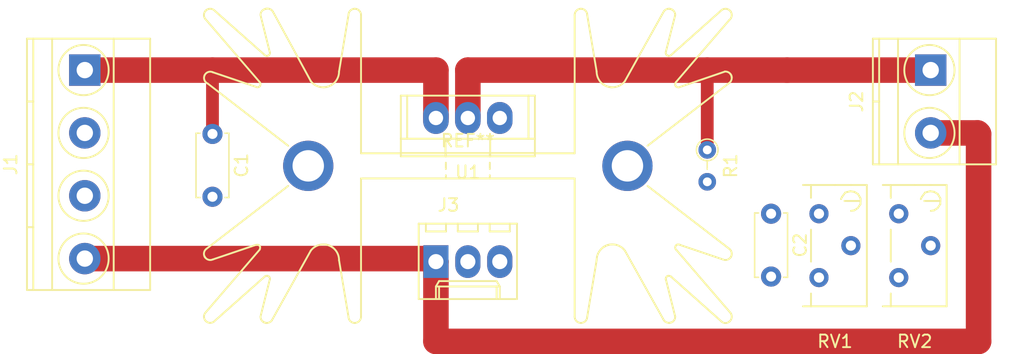
<source format=kicad_pcb>
(kicad_pcb (version 4) (host pcbnew 4.0.5)

  (general
    (links 14)
    (no_connects 8)
    (area 0 0 0 0)
    (thickness 1.6)
    (drawings 0)
    (tracks 17)
    (zones 0)
    (modules 10)
    (nets 11)
  )

  (page A4)
  (layers
    (0 F.Cu signal)
    (31 B.Cu signal)
    (33 F.Adhes user)
    (35 F.Paste user)
    (37 F.SilkS user)
    (39 F.Mask user)
    (40 Dwgs.User user)
    (41 Cmts.User user)
    (42 Eco1.User user)
    (43 Eco2.User user)
    (44 Edge.Cuts user)
    (45 Margin user)
    (47 F.CrtYd user)
    (49 F.Fab user)
  )

  (setup
    (last_trace_width 0.508)
    (user_trace_width 0.508)
    (user_trace_width 2.032)
    (trace_clearance 0.5)
    (zone_clearance 0.508)
    (zone_45_only no)
    (trace_min 0.2)
    (segment_width 0.2)
    (edge_width 0.15)
    (via_size 0.6)
    (via_drill 0.4)
    (via_min_size 0.4)
    (via_min_drill 0.3)
    (uvia_size 0.3)
    (uvia_drill 0.1)
    (uvias_allowed no)
    (uvia_min_size 0.2)
    (uvia_min_drill 0.1)
    (pcb_text_width 0.3)
    (pcb_text_size 1.5 1.5)
    (mod_edge_width 0.15)
    (mod_text_size 1 1)
    (mod_text_width 0.15)
    (pad_size 1.524 1.524)
    (pad_drill 0.762)
    (pad_to_mask_clearance 0.2)
    (aux_axis_origin 0 0)
    (visible_elements FFFFFF7F)
    (pcbplotparams
      (layerselection 0x00030_80000001)
      (usegerberextensions false)
      (excludeedgelayer true)
      (linewidth 0.100000)
      (plotframeref false)
      (viasonmask false)
      (mode 1)
      (useauxorigin false)
      (hpglpennumber 1)
      (hpglpenspeed 20)
      (hpglpendiameter 15)
      (hpglpenoverlay 2)
      (psnegative false)
      (psa4output false)
      (plotreference true)
      (plotvalue true)
      (plotinvisibletext false)
      (padsonsilk false)
      (subtractmaskfromsilk false)
      (outputformat 1)
      (mirror false)
      (drillshape 1)
      (scaleselection 1)
      (outputdirectory ""))
  )

  (net 0 "")
  (net 1 "Net-(C1-Pad1)")
  (net 2 "Net-(C1-Pad2)")
  (net 3 "Net-(C2-Pad1)")
  (net 4 "Net-(J1-Pad3)")
  (net 5 "Net-(J1-Pad2)")
  (net 6 "Net-(J3-Pad2)")
  (net 7 "Net-(J3-Pad3)")
  (net 8 "Net-(R1-Pad2)")
  (net 9 "Net-(RV1-Pad2)")
  (net 10 "Net-(RV2-Pad2)")

  (net_class Default "This is the default net class."
    (clearance 0.5)
    (trace_width 1.016)
    (via_dia 0.6)
    (via_drill 0.4)
    (uvia_dia 0.3)
    (uvia_drill 0.1)
    (add_net "Net-(C1-Pad1)")
    (add_net "Net-(C1-Pad2)")
    (add_net "Net-(C2-Pad1)")
    (add_net "Net-(J1-Pad2)")
    (add_net "Net-(J1-Pad3)")
    (add_net "Net-(J3-Pad2)")
    (add_net "Net-(J3-Pad3)")
    (add_net "Net-(R1-Pad2)")
    (add_net "Net-(RV1-Pad2)")
    (add_net "Net-(RV2-Pad2)")
  )

  (net_class Power ""
    (clearance 0.5)
    (trace_width 2.54)
    (via_dia 0.6)
    (via_drill 0.4)
    (uvia_dia 0.3)
    (uvia_drill 0.1)
  )

  (module Capacitors_THT:C_Disc_D5.0mm_W2.5mm_P5.00mm (layer F.Cu) (tedit 58765D06) (tstamp 5883B91B)
    (at 130.81 107.95 270)
    (descr "C, Disc series, Radial, pin pitch=5.00mm, , diameter*width=5*2.5mm^2, Capacitor, http://cdn-reichelt.de/documents/datenblatt/B300/DS_KERKO_TC.pdf")
    (tags "C Disc series Radial pin pitch 5.00mm  diameter 5mm width 2.5mm Capacitor")
    (path /588308EC)
    (fp_text reference C1 (at 2.5 -2.31 270) (layer F.SilkS)
      (effects (font (size 1 1) (thickness 0.15)))
    )
    (fp_text value 10uF (at 2.5 2.31 270) (layer F.Fab)
      (effects (font (size 1 1) (thickness 0.15)))
    )
    (fp_line (start 0 -1.25) (end 0 1.25) (layer F.Fab) (width 0.1))
    (fp_line (start 0 1.25) (end 5 1.25) (layer F.Fab) (width 0.1))
    (fp_line (start 5 1.25) (end 5 -1.25) (layer F.Fab) (width 0.1))
    (fp_line (start 5 -1.25) (end 0 -1.25) (layer F.Fab) (width 0.1))
    (fp_line (start -0.06 -1.31) (end 5.06 -1.31) (layer F.SilkS) (width 0.12))
    (fp_line (start -0.06 1.31) (end 5.06 1.31) (layer F.SilkS) (width 0.12))
    (fp_line (start -0.06 -1.31) (end -0.06 -0.996) (layer F.SilkS) (width 0.12))
    (fp_line (start -0.06 0.996) (end -0.06 1.31) (layer F.SilkS) (width 0.12))
    (fp_line (start 5.06 -1.31) (end 5.06 -0.996) (layer F.SilkS) (width 0.12))
    (fp_line (start 5.06 0.996) (end 5.06 1.31) (layer F.SilkS) (width 0.12))
    (fp_line (start -1.05 -1.6) (end -1.05 1.6) (layer F.CrtYd) (width 0.05))
    (fp_line (start -1.05 1.6) (end 6.05 1.6) (layer F.CrtYd) (width 0.05))
    (fp_line (start 6.05 1.6) (end 6.05 -1.6) (layer F.CrtYd) (width 0.05))
    (fp_line (start 6.05 -1.6) (end -1.05 -1.6) (layer F.CrtYd) (width 0.05))
    (pad 1 thru_hole circle (at 0 0 270) (size 1.6 1.6) (drill 0.8) (layers *.Cu *.Mask)
      (net 1 "Net-(C1-Pad1)"))
    (pad 2 thru_hole circle (at 5 0 270) (size 1.6 1.6) (drill 0.8) (layers *.Cu *.Mask)
      (net 2 "Net-(C1-Pad2)"))
    (model Capacitors_ThroughHole.3dshapes/C_Disc_D5.0mm_W2.5mm_P5.00mm.wrl
      (at (xyz 0 0 0))
      (scale (xyz 0.393701 0.393701 0.393701))
      (rotate (xyz 0 0 0))
    )
  )

  (module Capacitors_THT:C_Disc_D5.0mm_W2.5mm_P5.00mm (layer F.Cu) (tedit 58765D06) (tstamp 5883B92F)
    (at 175.26 114.3 270)
    (descr "C, Disc series, Radial, pin pitch=5.00mm, , diameter*width=5*2.5mm^2, Capacitor, http://cdn-reichelt.de/documents/datenblatt/B300/DS_KERKO_TC.pdf")
    (tags "C Disc series Radial pin pitch 5.00mm  diameter 5mm width 2.5mm Capacitor")
    (path /5883082B)
    (fp_text reference C2 (at 2.5 -2.31 270) (layer F.SilkS)
      (effects (font (size 1 1) (thickness 0.15)))
    )
    (fp_text value 10uF (at 2.5 2.31 270) (layer F.Fab)
      (effects (font (size 1 1) (thickness 0.15)))
    )
    (fp_line (start 0 -1.25) (end 0 1.25) (layer F.Fab) (width 0.1))
    (fp_line (start 0 1.25) (end 5 1.25) (layer F.Fab) (width 0.1))
    (fp_line (start 5 1.25) (end 5 -1.25) (layer F.Fab) (width 0.1))
    (fp_line (start 5 -1.25) (end 0 -1.25) (layer F.Fab) (width 0.1))
    (fp_line (start -0.06 -1.31) (end 5.06 -1.31) (layer F.SilkS) (width 0.12))
    (fp_line (start -0.06 1.31) (end 5.06 1.31) (layer F.SilkS) (width 0.12))
    (fp_line (start -0.06 -1.31) (end -0.06 -0.996) (layer F.SilkS) (width 0.12))
    (fp_line (start -0.06 0.996) (end -0.06 1.31) (layer F.SilkS) (width 0.12))
    (fp_line (start 5.06 -1.31) (end 5.06 -0.996) (layer F.SilkS) (width 0.12))
    (fp_line (start 5.06 0.996) (end 5.06 1.31) (layer F.SilkS) (width 0.12))
    (fp_line (start -1.05 -1.6) (end -1.05 1.6) (layer F.CrtYd) (width 0.05))
    (fp_line (start -1.05 1.6) (end 6.05 1.6) (layer F.CrtYd) (width 0.05))
    (fp_line (start 6.05 1.6) (end 6.05 -1.6) (layer F.CrtYd) (width 0.05))
    (fp_line (start 6.05 -1.6) (end -1.05 -1.6) (layer F.CrtYd) (width 0.05))
    (pad 1 thru_hole circle (at 0 0 270) (size 1.6 1.6) (drill 0.8) (layers *.Cu *.Mask)
      (net 3 "Net-(C2-Pad1)"))
    (pad 2 thru_hole circle (at 5 0 270) (size 1.6 1.6) (drill 0.8) (layers *.Cu *.Mask)
      (net 2 "Net-(C1-Pad2)"))
    (model Capacitors_ThroughHole.3dshapes/C_Disc_D5.0mm_W2.5mm_P5.00mm.wrl
      (at (xyz 0 0 0))
      (scale (xyz 0.393701 0.393701 0.393701))
      (rotate (xyz 0 0 0))
    )
  )

  (module Connectors_Terminal_Blocks:TerminalBlock_Pheonix_MKDS1.5-4pol (layer F.Cu) (tedit 56300847) (tstamp 5883B949)
    (at 120.65 102.87 270)
    (descr "4-way 5mm pitch terminal block, Phoenix MKDS series")
    (path /5883B0A6)
    (fp_text reference J1 (at 7.5 5.9 270) (layer F.SilkS)
      (effects (font (size 1 1) (thickness 0.15)))
    )
    (fp_text value Screw_Terminal_1x04 (at 7.5 -6.6 270) (layer F.Fab)
      (effects (font (size 1 1) (thickness 0.15)))
    )
    (fp_line (start -2.7 -5.4) (end 17.7 -5.4) (layer F.CrtYd) (width 0.05))
    (fp_line (start -2.7 4.8) (end -2.7 -5.4) (layer F.CrtYd) (width 0.05))
    (fp_line (start 17.7 4.8) (end -2.7 4.8) (layer F.CrtYd) (width 0.05))
    (fp_line (start 17.7 -5.4) (end 17.7 4.8) (layer F.CrtYd) (width 0.05))
    (fp_line (start 12.5 4.1) (end 12.5 4.6) (layer F.SilkS) (width 0.15))
    (fp_circle (center 15 0.1) (end 13 0.1) (layer F.SilkS) (width 0.15))
    (fp_circle (center 10 0.1) (end 8 0.1) (layer F.SilkS) (width 0.15))
    (fp_line (start 7.5 4.1) (end 7.5 4.6) (layer F.SilkS) (width 0.15))
    (fp_line (start 2.5 4.1) (end 2.5 4.6) (layer F.SilkS) (width 0.15))
    (fp_circle (center 5 0.1) (end 3 0.1) (layer F.SilkS) (width 0.15))
    (fp_circle (center 0 0.1) (end 2 0.1) (layer F.SilkS) (width 0.15))
    (fp_line (start -2.5 2.6) (end 17.5 2.6) (layer F.SilkS) (width 0.15))
    (fp_line (start -2.5 -2.3) (end 17.5 -2.3) (layer F.SilkS) (width 0.15))
    (fp_line (start -2.5 4.1) (end 17.5 4.1) (layer F.SilkS) (width 0.15))
    (fp_line (start -2.5 4.6) (end 17.5 4.6) (layer F.SilkS) (width 0.15))
    (fp_line (start 17.5 4.6) (end 17.5 -5.2) (layer F.SilkS) (width 0.15))
    (fp_line (start 17.5 -5.2) (end -2.5 -5.2) (layer F.SilkS) (width 0.15))
    (fp_line (start -2.5 -5.2) (end -2.5 4.6) (layer F.SilkS) (width 0.15))
    (pad 4 thru_hole circle (at 15 0 270) (size 2.5 2.5) (drill 1.3) (layers *.Cu *.Mask)
      (net 2 "Net-(C1-Pad2)"))
    (pad 3 thru_hole circle (at 10 0 270) (size 2.5 2.5) (drill 1.3) (layers *.Cu *.Mask)
      (net 4 "Net-(J1-Pad3)"))
    (pad 1 thru_hole rect (at 0 0 270) (size 2.5 2.5) (drill 1.3) (layers *.Cu *.Mask)
      (net 1 "Net-(C1-Pad1)"))
    (pad 2 thru_hole circle (at 5 0 270) (size 2.5 2.5) (drill 1.3) (layers *.Cu *.Mask)
      (net 5 "Net-(J1-Pad2)"))
    (model Terminal_Blocks.3dshapes/TerminalBlock_Pheonix_MKDS1.5-4pol.wrl
      (at (xyz 0.2953 0 0))
      (scale (xyz 1 1 1))
      (rotate (xyz 0 0 0))
    )
  )

  (module Connectors_Terminal_Blocks:TerminalBlock_Pheonix_MKDS1.5-2pol (layer F.Cu) (tedit 563007E4) (tstamp 5883B95D)
    (at 187.96 102.87 270)
    (descr "2-way 5mm pitch terminal block, Phoenix MKDS series")
    (path /5883B352)
    (fp_text reference J2 (at 2.5 5.9 270) (layer F.SilkS)
      (effects (font (size 1 1) (thickness 0.15)))
    )
    (fp_text value Screw_Terminal_1x02 (at 2.5 -6.6 270) (layer F.Fab)
      (effects (font (size 1 1) (thickness 0.15)))
    )
    (fp_line (start -2.7 -5.4) (end 7.7 -5.4) (layer F.CrtYd) (width 0.05))
    (fp_line (start -2.7 4.8) (end -2.7 -5.4) (layer F.CrtYd) (width 0.05))
    (fp_line (start 7.7 4.8) (end -2.7 4.8) (layer F.CrtYd) (width 0.05))
    (fp_line (start 7.7 -5.4) (end 7.7 4.8) (layer F.CrtYd) (width 0.05))
    (fp_line (start 2.5 4.1) (end 2.5 4.6) (layer F.SilkS) (width 0.15))
    (fp_circle (center 5 0.1) (end 3 0.1) (layer F.SilkS) (width 0.15))
    (fp_circle (center 0 0.1) (end 2 0.1) (layer F.SilkS) (width 0.15))
    (fp_line (start -2.5 2.6) (end 7.5 2.6) (layer F.SilkS) (width 0.15))
    (fp_line (start -2.5 -2.3) (end 7.5 -2.3) (layer F.SilkS) (width 0.15))
    (fp_line (start -2.5 4.1) (end 7.5 4.1) (layer F.SilkS) (width 0.15))
    (fp_line (start -2.5 4.6) (end 7.5 4.6) (layer F.SilkS) (width 0.15))
    (fp_line (start 7.5 4.6) (end 7.5 -5.2) (layer F.SilkS) (width 0.15))
    (fp_line (start 7.5 -5.2) (end -2.5 -5.2) (layer F.SilkS) (width 0.15))
    (fp_line (start -2.5 -5.2) (end -2.5 4.6) (layer F.SilkS) (width 0.15))
    (pad 1 thru_hole rect (at 0 0 270) (size 2.5 2.5) (drill 1.3) (layers *.Cu *.Mask)
      (net 3 "Net-(C2-Pad1)"))
    (pad 2 thru_hole circle (at 5 0 270) (size 2.5 2.5) (drill 1.3) (layers *.Cu *.Mask)
      (net 2 "Net-(C1-Pad2)"))
    (model Terminal_Blocks.3dshapes/TerminalBlock_Pheonix_MKDS1.5-2pol.wrl
      (at (xyz 0.0984 0 0))
      (scale (xyz 1 1 1))
      (rotate (xyz 0 0 0))
    )
  )

  (module Connectors_Molex:Molex_KK-6410-03_03x2.54mm_Straight (layer F.Cu) (tedit 56C6219D) (tstamp 5883B97D)
    (at 148.59 118.11)
    (descr "Connector Headers with Friction Lock, 22-27-2031, http://www.molex.com/pdm_docs/sd/022272021_sd.pdf")
    (tags "connector molex kk_6410 22-27-2031")
    (path /5883B51E)
    (fp_text reference J3 (at 1 -4.5) (layer F.SilkS)
      (effects (font (size 1 1) (thickness 0.15)))
    )
    (fp_text value CONN_01X03 (at 2.54 4.5) (layer F.Fab)
      (effects (font (size 1 1) (thickness 0.15)))
    )
    (fp_line (start -1.37 -3.02) (end -1.37 2.98) (layer F.SilkS) (width 0.15))
    (fp_line (start -1.37 2.98) (end 6.45 2.98) (layer F.SilkS) (width 0.15))
    (fp_line (start 6.45 2.98) (end 6.45 -3.02) (layer F.SilkS) (width 0.15))
    (fp_line (start 6.45 -3.02) (end -1.37 -3.02) (layer F.SilkS) (width 0.15))
    (fp_line (start 0 2.98) (end 0 1.98) (layer F.SilkS) (width 0.15))
    (fp_line (start 0 1.98) (end 5.08 1.98) (layer F.SilkS) (width 0.15))
    (fp_line (start 5.08 1.98) (end 5.08 2.98) (layer F.SilkS) (width 0.15))
    (fp_line (start 0 1.98) (end 0.25 1.55) (layer F.SilkS) (width 0.15))
    (fp_line (start 0.25 1.55) (end 4.83 1.55) (layer F.SilkS) (width 0.15))
    (fp_line (start 4.83 1.55) (end 5.08 1.98) (layer F.SilkS) (width 0.15))
    (fp_line (start 0.25 2.98) (end 0.25 1.98) (layer F.SilkS) (width 0.15))
    (fp_line (start 4.83 2.98) (end 4.83 1.98) (layer F.SilkS) (width 0.15))
    (fp_line (start -0.8 -3.02) (end -0.8 -2.4) (layer F.SilkS) (width 0.15))
    (fp_line (start -0.8 -2.4) (end 0.8 -2.4) (layer F.SilkS) (width 0.15))
    (fp_line (start 0.8 -2.4) (end 0.8 -3.02) (layer F.SilkS) (width 0.15))
    (fp_line (start 1.74 -3.02) (end 1.74 -2.4) (layer F.SilkS) (width 0.15))
    (fp_line (start 1.74 -2.4) (end 3.34 -2.4) (layer F.SilkS) (width 0.15))
    (fp_line (start 3.34 -2.4) (end 3.34 -3.02) (layer F.SilkS) (width 0.15))
    (fp_line (start 4.28 -3.02) (end 4.28 -2.4) (layer F.SilkS) (width 0.15))
    (fp_line (start 4.28 -2.4) (end 5.88 -2.4) (layer F.SilkS) (width 0.15))
    (fp_line (start 5.88 -2.4) (end 5.88 -3.02) (layer F.SilkS) (width 0.15))
    (fp_line (start -1.9 3.5) (end -1.9 -3.55) (layer F.CrtYd) (width 0.05))
    (fp_line (start -1.9 -3.55) (end 7 -3.55) (layer F.CrtYd) (width 0.05))
    (fp_line (start 7 -3.55) (end 7 3.5) (layer F.CrtYd) (width 0.05))
    (fp_line (start 7 3.5) (end -1.9 3.5) (layer F.CrtYd) (width 0.05))
    (pad 1 thru_hole rect (at 0 0) (size 2 2.6) (drill 1.2) (layers *.Cu *.Mask)
      (net 2 "Net-(C1-Pad2)"))
    (pad 2 thru_hole oval (at 2.54 0) (size 2 2.6) (drill 1.2) (layers *.Cu *.Mask)
      (net 6 "Net-(J3-Pad2)"))
    (pad 3 thru_hole oval (at 5.08 0) (size 2 2.6) (drill 1.2) (layers *.Cu *.Mask)
      (net 7 "Net-(J3-Pad3)"))
  )

  (module Potentiometers:Potentiometer_Bourns_3296Y_3-8Zoll_Angular_ScrewUp (layer F.Cu) (tedit 54130BC5) (tstamp 5883B9AD)
    (at 179.07 114.3 180)
    (descr "3296, 3/8, Square, Trimpot, Trimming, Potentiometer, Bourns")
    (tags "3296, 3/8, Square, Trimpot, Trimming, Potentiometer, Bourns")
    (path /5883B41D)
    (fp_text reference RV1 (at -1.27 -10.16 180) (layer F.SilkS)
      (effects (font (size 1 1) (thickness 0.15)))
    )
    (fp_text value 500 (at 0 5.08 180) (layer F.Fab)
      (effects (font (size 1 1) (thickness 0.15)))
    )
    (fp_line (start 0.635 1.27) (end 0.635 2.286) (layer F.SilkS) (width 0.15))
    (fp_line (start 0.635 -3.81) (end 0.635 -1.27) (layer F.SilkS) (width 0.15))
    (fp_line (start 0.635 -7.366) (end 0.635 -6.35) (layer F.SilkS) (width 0.15))
    (fp_line (start -3.302 1.016) (end -2.032 1.016) (layer F.SilkS) (width 0.15))
    (fp_line (start -2.5527 0.2286) (end -2.8067 0.2667) (layer F.SilkS) (width 0.15))
    (fp_line (start -2.8067 0.2667) (end -3.0861 0.4445) (layer F.SilkS) (width 0.15))
    (fp_line (start -3.0861 0.4445) (end -3.302 0.762) (layer F.SilkS) (width 0.15))
    (fp_line (start -3.302 0.762) (end -3.3147 1.2065) (layer F.SilkS) (width 0.15))
    (fp_line (start -3.3147 1.2065) (end -3.1115 1.5621) (layer F.SilkS) (width 0.15))
    (fp_line (start -3.1115 1.5621) (end -2.8194 1.7399) (layer F.SilkS) (width 0.15))
    (fp_line (start -2.8194 1.7399) (end -2.5019 1.7907) (layer F.SilkS) (width 0.15))
    (fp_line (start -2.5019 1.7907) (end -2.0955 1.6891) (layer F.SilkS) (width 0.15))
    (fp_line (start -2.0955 1.6891) (end -1.8415 1.3462) (layer F.SilkS) (width 0.15))
    (fp_line (start -1.8415 1.3462) (end -1.7526 1.1684) (layer F.SilkS) (width 0.15))
    (fp_line (start -2.54 2.286) (end -3.81 2.286) (layer F.SilkS) (width 0.15))
    (fp_line (start -3.81 2.286) (end -3.81 -7.366) (layer F.SilkS) (width 0.15))
    (fp_line (start -3.81 -7.366) (end 1.27 -7.366) (layer F.SilkS) (width 0.15))
    (fp_line (start 1.27 2.286) (end -1.27 2.286) (layer F.SilkS) (width 0.15))
    (fp_line (start -1.27 2.286) (end -2.54 2.286) (layer F.SilkS) (width 0.15))
    (pad 2 thru_hole circle (at -2.54 -2.54 180) (size 1.524 1.524) (drill 0.8128) (layers *.Cu *.Mask)
      (net 9 "Net-(RV1-Pad2)"))
    (pad 3 thru_hole circle (at 0 -5.08 180) (size 1.524 1.524) (drill 0.8128) (layers *.Cu *.Mask)
      (net 7 "Net-(J3-Pad3)"))
    (pad 1 thru_hole circle (at 0 0 180) (size 1.524 1.524) (drill 0.8128) (layers *.Cu *.Mask)
      (net 8 "Net-(R1-Pad2)"))
    (model Potentiometers.3dshapes/Potentiometer_Bourns_3296Y_3-8Zoll_Angular_ScrewUp.wrl
      (at (xyz 0 0 0))
      (scale (xyz 1 1 1))
      (rotate (xyz 0 0 0))
    )
  )

  (module Potentiometers:Potentiometer_Bourns_3296Y_3-8Zoll_Angular_ScrewUp (layer F.Cu) (tedit 54130BC5) (tstamp 5883B9C7)
    (at 185.42 114.3 180)
    (descr "3296, 3/8, Square, Trimpot, Trimming, Potentiometer, Bourns")
    (tags "3296, 3/8, Square, Trimpot, Trimming, Potentiometer, Bourns")
    (path /5883B3D8)
    (fp_text reference RV2 (at -1.27 -10.16 180) (layer F.SilkS)
      (effects (font (size 1 1) (thickness 0.15)))
    )
    (fp_text value 500 (at 0 5.08 180) (layer F.Fab)
      (effects (font (size 1 1) (thickness 0.15)))
    )
    (fp_line (start 0.635 1.27) (end 0.635 2.286) (layer F.SilkS) (width 0.15))
    (fp_line (start 0.635 -3.81) (end 0.635 -1.27) (layer F.SilkS) (width 0.15))
    (fp_line (start 0.635 -7.366) (end 0.635 -6.35) (layer F.SilkS) (width 0.15))
    (fp_line (start -3.302 1.016) (end -2.032 1.016) (layer F.SilkS) (width 0.15))
    (fp_line (start -2.5527 0.2286) (end -2.8067 0.2667) (layer F.SilkS) (width 0.15))
    (fp_line (start -2.8067 0.2667) (end -3.0861 0.4445) (layer F.SilkS) (width 0.15))
    (fp_line (start -3.0861 0.4445) (end -3.302 0.762) (layer F.SilkS) (width 0.15))
    (fp_line (start -3.302 0.762) (end -3.3147 1.2065) (layer F.SilkS) (width 0.15))
    (fp_line (start -3.3147 1.2065) (end -3.1115 1.5621) (layer F.SilkS) (width 0.15))
    (fp_line (start -3.1115 1.5621) (end -2.8194 1.7399) (layer F.SilkS) (width 0.15))
    (fp_line (start -2.8194 1.7399) (end -2.5019 1.7907) (layer F.SilkS) (width 0.15))
    (fp_line (start -2.5019 1.7907) (end -2.0955 1.6891) (layer F.SilkS) (width 0.15))
    (fp_line (start -2.0955 1.6891) (end -1.8415 1.3462) (layer F.SilkS) (width 0.15))
    (fp_line (start -1.8415 1.3462) (end -1.7526 1.1684) (layer F.SilkS) (width 0.15))
    (fp_line (start -2.54 2.286) (end -3.81 2.286) (layer F.SilkS) (width 0.15))
    (fp_line (start -3.81 2.286) (end -3.81 -7.366) (layer F.SilkS) (width 0.15))
    (fp_line (start -3.81 -7.366) (end 1.27 -7.366) (layer F.SilkS) (width 0.15))
    (fp_line (start 1.27 2.286) (end -1.27 2.286) (layer F.SilkS) (width 0.15))
    (fp_line (start -1.27 2.286) (end -2.54 2.286) (layer F.SilkS) (width 0.15))
    (pad 2 thru_hole circle (at -2.54 -2.54 180) (size 1.524 1.524) (drill 0.8128) (layers *.Cu *.Mask)
      (net 10 "Net-(RV2-Pad2)"))
    (pad 3 thru_hole circle (at 0 -5.08 180) (size 1.524 1.524) (drill 0.8128) (layers *.Cu *.Mask)
      (net 6 "Net-(J3-Pad2)"))
    (pad 1 thru_hole circle (at 0 0 180) (size 1.524 1.524) (drill 0.8128) (layers *.Cu *.Mask)
      (net 8 "Net-(R1-Pad2)"))
    (model Potentiometers.3dshapes/Potentiometer_Bourns_3296Y_3-8Zoll_Angular_ScrewUp.wrl
      (at (xyz 0 0 0))
      (scale (xyz 1 1 1))
      (rotate (xyz 0 0 0))
    )
  )

  (module TO-220 (layer F.Cu) (tedit 0) (tstamp 5883B9D8)
    (at 151.13 106.68 180)
    (descr "Non Isolated JEDEC TO-220 Package")
    (tags "Power Integration YN Package")
    (path /588307D6)
    (fp_text reference U1 (at 0 -4.318 180) (layer F.SilkS)
      (effects (font (size 1 1) (thickness 0.15)))
    )
    (fp_text value LM1084IT-ADJ/NOPB (at 0 -4.318 180) (layer F.Fab)
      (effects (font (size 1 1) (thickness 0.15)))
    )
    (fp_line (start 4.826 -1.651) (end 4.826 1.778) (layer F.SilkS) (width 0.15))
    (fp_line (start -4.826 -1.651) (end -4.826 1.778) (layer F.SilkS) (width 0.15))
    (fp_line (start 5.334 -2.794) (end -5.334 -2.794) (layer F.SilkS) (width 0.15))
    (fp_line (start 1.778 -1.778) (end 1.778 -3.048) (layer F.SilkS) (width 0.15))
    (fp_line (start -1.778 -1.778) (end -1.778 -3.048) (layer F.SilkS) (width 0.15))
    (fp_line (start -5.334 -1.651) (end 5.334 -1.651) (layer F.SilkS) (width 0.15))
    (fp_line (start 5.334 1.778) (end -5.334 1.778) (layer F.SilkS) (width 0.15))
    (fp_line (start -5.334 -3.048) (end -5.334 1.778) (layer F.SilkS) (width 0.15))
    (fp_line (start 5.334 -3.048) (end 5.334 1.778) (layer F.SilkS) (width 0.15))
    (fp_line (start 5.334 -3.048) (end -5.334 -3.048) (layer F.SilkS) (width 0.15))
    (pad 2 thru_hole oval (at 0 0 180) (size 2.032 2.54) (drill 1.143) (layers *.Cu *.Mask)
      (net 3 "Net-(C2-Pad1)"))
    (pad 3 thru_hole oval (at 2.54 0 180) (size 2.032 2.54) (drill 1.143) (layers *.Cu *.Mask)
      (net 1 "Net-(C1-Pad1)"))
    (pad 1 thru_hole oval (at -2.54 0 180) (size 2.032 2.54) (drill 1.143) (layers *.Cu *.Mask)
      (net 8 "Net-(R1-Pad2)"))
  )

  (module Heatsinks:Heatsink_Fischer_SK129-STS_42x25mm_2xDrill2.5mm (layer F.Cu) (tedit 5470C87E) (tstamp 5883D1DA)
    (at 151.13 110.49)
    (fp_text reference REF** (at 0 -2) (layer F.SilkS)
      (effects (font (size 1 1) (thickness 0.15)))
    )
    (fp_text value Heatsink_Fischer_SK129-STS_42x25mm_2xDrill2.5mm (at 0 13.5) (layer F.Fab)
      (effects (font (size 1 1) (thickness 0.15)))
    )
    (fp_line (start 20.8 -6.6) (end 14.3 -1.6) (layer F.SilkS) (width 0.15))
    (fp_line (start 20.8 6.6) (end 14.3 1.6) (layer F.SilkS) (width 0.15))
    (fp_line (start -20.8 6.6) (end -14.3 1.6) (layer F.SilkS) (width 0.15))
    (fp_line (start -20.7 -6.55) (end -14.3 -1.6) (layer F.SilkS) (width 0.15))
    (fp_arc (start 16 9) (end 15.75 9.05) (angle 90) (layer F.SilkS) (width 0.15))
    (fp_arc (start 16 9) (end 15.85 8.8) (angle 90) (layer F.SilkS) (width 0.15))
    (fp_arc (start 16.75 6.5) (end 16.6 6.7) (angle 90) (layer F.SilkS) (width 0.15))
    (fp_arc (start 16.75 6.5) (end 16.55 6.35) (angle 90) (layer F.SilkS) (width 0.15))
    (fp_arc (start 16.75 -6.5) (end 16.8 -6.25) (angle 90) (layer F.SilkS) (width 0.15))
    (fp_arc (start 16.75 -6.5) (end 16.55 -6.35) (angle 90) (layer F.SilkS) (width 0.15))
    (fp_arc (start 16 -9) (end 16.15 -8.8) (angle 90) (layer F.SilkS) (width 0.15))
    (fp_arc (start 16 -9) (end 15.95 -8.75) (angle 90) (layer F.SilkS) (width 0.15))
    (fp_arc (start 20.5 -12) (end 20.9 -12.3) (angle 90) (layer F.SilkS) (width 0.15))
    (fp_arc (start 20.5 -12) (end 20.2 -12.4) (angle 90) (layer F.SilkS) (width 0.15))
    (fp_arc (start 20.5 -7) (end 20.9 -7.3) (angle 90) (layer F.SilkS) (width 0.15))
    (fp_arc (start 20.5 -7) (end 20.45 -7.5) (angle 90) (layer F.SilkS) (width 0.15))
    (fp_arc (start 20.5 7) (end 20.95 7.2) (angle 90) (layer F.SilkS) (width 0.15))
    (fp_arc (start 20.5 7) (end 20.8 6.6) (angle 90) (layer F.SilkS) (width 0.15))
    (fp_arc (start 20.5 12) (end 20.9 11.7) (angle 90) (layer F.SilkS) (width 0.15))
    (fp_arc (start 20.5 12.05) (end 20.85 12.35) (angle 90) (layer F.SilkS) (width 0.15))
    (fp_line (start 16.15 8.8) (end 20.2 12.4) (layer F.SilkS) (width 0.15))
    (fp_line (start 16.5 12) (end 15.75 9) (layer F.SilkS) (width 0.15))
    (fp_line (start 16.6 6.7) (end 20.9 11.7) (layer F.SilkS) (width 0.15))
    (fp_line (start 16.9 6.3) (end 20.3 7.45) (layer F.SilkS) (width 0.15))
    (fp_line (start 16.8 -6.25) (end 20.45 -7.5) (layer F.SilkS) (width 0.15))
    (fp_line (start 16.55 -6.65) (end 20.8 -11.6) (layer F.SilkS) (width 0.15))
    (fp_line (start 16.15 -8.8) (end 20.2 -12.4) (layer F.SilkS) (width 0.15))
    (fp_line (start 16.5 -12) (end 15.75 -9.05) (layer F.SilkS) (width 0.15))
    (fp_arc (start -16.75 -6.5) (end -16.55 -6.35) (angle 90) (layer F.SilkS) (width 0.15))
    (fp_arc (start -16.75 -6.5) (end -16.55 -6.65) (angle 90) (layer F.SilkS) (width 0.15))
    (fp_arc (start -16 -9) (end -15.85 -8.8) (angle 90) (layer F.SilkS) (width 0.15))
    (fp_arc (start -16 -9) (end -15.75 -9.05) (angle 90) (layer F.SilkS) (width 0.15))
    (fp_arc (start -16.75 6.5) (end -16.65 6.3) (angle 90) (layer F.SilkS) (width 0.15))
    (fp_arc (start -16.75 6.5) (end -16.85 6.3) (angle 90) (layer F.SilkS) (width 0.15))
    (fp_arc (start -16 9) (end -15.95 8.75) (angle 90) (layer F.SilkS) (width 0.15))
    (fp_arc (start -16 9) (end -16.15 8.8) (angle 90) (layer F.SilkS) (width 0.15))
    (fp_line (start 8.5 12) (end 8.5 1) (layer F.SilkS) (width 0.15))
    (fp_arc (start -20.5 -7) (end -20.95 -7.2) (angle 90) (layer F.SilkS) (width 0.15))
    (fp_arc (start -20.5 -7) (end -20.7 -6.55) (angle 90) (layer F.SilkS) (width 0.15))
    (fp_arc (start -20.5 -12) (end -20.9 -12.3) (angle 90) (layer F.SilkS) (width 0.15))
    (fp_arc (start -20.5 -12) (end -20.9 -11.7) (angle 90) (layer F.SilkS) (width 0.15))
    (fp_line (start -16.9 -6.3) (end -20.3 -7.45) (layer F.SilkS) (width 0.15))
    (fp_arc (start -20.5 12) (end -20.15 12.35) (angle 90) (layer F.SilkS) (width 0.15))
    (fp_arc (start -20.5 12) (end -20.85 12.35) (angle 90) (layer F.SilkS) (width 0.15))
    (fp_arc (start -20.5 7) (end -20.3 7.45) (angle 90) (layer F.SilkS) (width 0.15))
    (fp_arc (start -20.5 7) (end -20.9 7.3) (angle 90) (layer F.SilkS) (width 0.15))
    (fp_line (start -8.5 12) (end -8.5 1) (layer F.SilkS) (width 0.15))
    (fp_line (start -20.3 7.45) (end -16.9 6.3) (layer F.SilkS) (width 0.15))
    (fp_line (start -20.85 11.65) (end -16.55 6.65) (layer F.SilkS) (width 0.15))
    (fp_line (start -20.1 12.3) (end -16.15 8.8) (layer F.SilkS) (width 0.15))
    (fp_line (start -16.5 12) (end -15.75 9) (layer F.SilkS) (width 0.15))
    (fp_line (start -16.55 -6.65) (end -20.9 -11.7) (layer F.SilkS) (width 0.15))
    (fp_line (start -16.2 -8.85) (end -20.15 -12.35) (layer F.SilkS) (width 0.15))
    (fp_line (start -8.5 -12) (end -8.5 -1) (layer F.SilkS) (width 0.15))
    (fp_line (start 8.5 -12) (end 8.5 -1) (layer F.SilkS) (width 0.15))
    (fp_line (start -15.75 -9) (end -16.5 -12) (layer F.SilkS) (width 0.15))
    (fp_line (start 15.55 12.2) (end 12.5 6.75) (layer F.SilkS) (width 0.15))
    (fp_arc (start 16 12) (end 16.2 12.45) (angle 90) (layer F.SilkS) (width 0.15))
    (fp_line (start -15.6 12.3) (end -12.5 6.75) (layer F.SilkS) (width 0.15))
    (fp_arc (start -16 12) (end -15.6 12.3) (angle 90) (layer F.SilkS) (width 0.15))
    (fp_line (start -15.5 -12.25) (end -12.5 -6.75) (layer F.SilkS) (width 0.15))
    (fp_arc (start -15.95 -12) (end -16.2 -12.45) (angle 90) (layer F.SilkS) (width 0.15))
    (fp_line (start 12.5 -6.75) (end 15.6 -12.3) (layer F.SilkS) (width 0.15))
    (fp_arc (start 16 -12) (end 15.6 -12.3) (angle 90) (layer F.SilkS) (width 0.15))
    (fp_arc (start 11.5 7.5) (end 10.75 6.5) (angle 90) (layer F.SilkS) (width 0.15))
    (fp_arc (start 11.5 7.5) (end 10.25 7.5) (angle 90) (layer F.SilkS) (width 0.15))
    (fp_arc (start -11.5 7.5) (end -11.5 6.25) (angle 90) (layer F.SilkS) (width 0.15))
    (fp_arc (start -11.5 7.5) (end -12.5 6.75) (angle 90) (layer F.SilkS) (width 0.15))
    (fp_arc (start -11.5 -7.5) (end -10.75 -6.5) (angle 90) (layer F.SilkS) (width 0.15))
    (fp_arc (start -11.5 -7.5) (end -10.25 -7.5) (angle 90) (layer F.SilkS) (width 0.15))
    (fp_arc (start 11.5 -7.5) (end 12.5 -6.75) (angle 90) (layer F.SilkS) (width 0.15))
    (fp_arc (start 11.5 -7.5) (end 11.5 -6.25) (angle 90) (layer F.SilkS) (width 0.15))
    (fp_line (start 10.25 7.5) (end 9.5 12) (layer F.SilkS) (width 0.15))
    (fp_line (start -10.25 7.5) (end -9.5 12) (layer F.SilkS) (width 0.15))
    (fp_line (start 9.5 -12) (end 10.25 -7.5) (layer F.SilkS) (width 0.15))
    (fp_line (start -9.5 -12) (end -10.25 -7.5) (layer F.SilkS) (width 0.15))
    (fp_arc (start -16 -12) (end -16.5 -12) (angle 90) (layer F.SilkS) (width 0.15))
    (fp_arc (start 16 -12) (end 16 -12.5) (angle 90) (layer F.SilkS) (width 0.15))
    (fp_arc (start 16 12) (end 16.5 12) (angle 90) (layer F.SilkS) (width 0.15))
    (fp_arc (start -16 12) (end -16 12.5) (angle 90) (layer F.SilkS) (width 0.15))
    (fp_arc (start -9 -12) (end -9.5 -12) (angle 90) (layer F.SilkS) (width 0.15))
    (fp_arc (start -9 -12) (end -9 -12.5) (angle 90) (layer F.SilkS) (width 0.15))
    (fp_arc (start -9 12) (end -9 12.5) (angle 90) (layer F.SilkS) (width 0.15))
    (fp_arc (start -9 12) (end -8.5 12) (angle 90) (layer F.SilkS) (width 0.15))
    (fp_arc (start 9 12) (end 9.5 12) (angle 90) (layer F.SilkS) (width 0.15))
    (fp_arc (start 9 12) (end 9 12.5) (angle 90) (layer F.SilkS) (width 0.15))
    (fp_arc (start 9 -12) (end 9 -12.5) (angle 90) (layer F.SilkS) (width 0.15))
    (fp_arc (start 9 -12) (end 8.5 -12) (angle 90) (layer F.SilkS) (width 0.15))
    (fp_line (start 1.75 -0.25) (end 1.75 0.25) (layer F.SilkS) (width 0.15))
    (fp_line (start -1.75 -0.25) (end -1.75 0.25) (layer F.SilkS) (width 0.15))
    (fp_line (start 1.75 0.75) (end 1.75 1) (layer F.SilkS) (width 0.15))
    (fp_line (start -1.75 1) (end -1.75 0.75) (layer F.SilkS) (width 0.15))
    (fp_line (start 1.75 -1) (end 1.75 -0.75) (layer F.SilkS) (width 0.15))
    (fp_line (start -1.75 -1) (end -1.75 -0.75) (layer F.SilkS) (width 0.15))
    (fp_line (start 8.5 1) (end -8.5 1) (layer F.SilkS) (width 0.15))
    (fp_line (start -8.5 -1) (end 8.5 -1) (layer F.SilkS) (width 0.15))
    (pad 1 thru_hole circle (at -12.7 0) (size 4 4) (drill 2.5) (layers *.Cu *.Mask))
    (pad 1 thru_hole circle (at 12.7 0) (size 4 4) (drill 2.5) (layers *.Cu *.Mask))
  )

  (module Resistors_THT:R_Axial_DIN0204_L3.6mm_D1.6mm_P2.54mm_Vertical (layer F.Cu) (tedit 5874F706) (tstamp 5883B993)
    (at 170.18 109.22 270)
    (descr "Resistor, Axial_DIN0204 series, Axial, Vertical, pin pitch=2.54mm, 0.16666666666666666W = 1/6W, length*diameter=3.6*1.6mm^2, http://cdn-reichelt.de/documents/datenblatt/B400/1_4W%23YAG.pdf")
    (tags "Resistor Axial_DIN0204 series Axial Vertical pin pitch 2.54mm 0.16666666666666666W = 1/6W length 3.6mm diameter 1.6mm")
    (path /5883B2DB)
    (fp_text reference R1 (at 1.27 -1.86 270) (layer F.SilkS)
      (effects (font (size 1 1) (thickness 0.15)))
    )
    (fp_text value 120 (at 1.27 1.86 270) (layer F.Fab)
      (effects (font (size 1 1) (thickness 0.15)))
    )
    (fp_circle (center 0 0) (end 0.8 0) (layer F.Fab) (width 0.1))
    (fp_circle (center 0 0) (end 0.86 0) (layer F.SilkS) (width 0.12))
    (fp_line (start 0 0) (end 2.54 0) (layer F.Fab) (width 0.1))
    (fp_line (start 0.86 0) (end 1.54 0) (layer F.SilkS) (width 0.12))
    (fp_line (start -1.15 -1.15) (end -1.15 1.15) (layer F.CrtYd) (width 0.05))
    (fp_line (start -1.15 1.15) (end 3.55 1.15) (layer F.CrtYd) (width 0.05))
    (fp_line (start 3.55 1.15) (end 3.55 -1.15) (layer F.CrtYd) (width 0.05))
    (fp_line (start 3.55 -1.15) (end -1.15 -1.15) (layer F.CrtYd) (width 0.05))
    (pad 1 thru_hole circle (at 0 0 270) (size 1.4 1.4) (drill 0.7) (layers *.Cu *.Mask)
      (net 3 "Net-(C2-Pad1)"))
    (pad 2 thru_hole oval (at 2.54 0 270) (size 1.4 1.4) (drill 0.7) (layers *.Cu *.Mask)
      (net 8 "Net-(R1-Pad2)"))
    (model Resistors_ThroughHole.3dshapes/R_Axial_DIN0204_L3.6mm_D1.6mm_P2.54mm_Vertical.wrl
      (at (xyz 0 0 0))
      (scale (xyz 0.393701 0.393701 0.393701))
      (rotate (xyz 0 0 0))
    )
  )

  (segment (start 130.81 102.87) (end 130.81 107.95) (width 1.016) (layer F.Cu) (net 1))
  (segment (start 120.65 102.87) (end 130.81 102.87) (width 2.032) (layer F.Cu) (net 1))
  (segment (start 130.81 102.87) (end 148.59 102.87) (width 2.032) (layer F.Cu) (net 1) (tstamp 5883D5C3))
  (segment (start 148.59 102.87) (end 148.59 106.68) (width 2.032) (layer F.Cu) (net 1) (tstamp 5883D597))
  (segment (start 148.59 118.11) (end 148.59 124.46) (width 2.032) (layer F.Cu) (net 2) (status 400000))
  (segment (start 191.69 107.87) (end 187.96 107.87) (width 2.032) (layer F.Cu) (net 2) (tstamp 5883D7C4) (status 800000))
  (segment (start 191.77 107.95) (end 191.69 107.87) (width 2.032) (layer F.Cu) (net 2) (tstamp 5883D7C1))
  (segment (start 191.77 124.46) (end 191.77 107.95) (width 2.032) (layer F.Cu) (net 2) (tstamp 5883D7BB))
  (segment (start 148.59 124.46) (end 191.77 124.46) (width 2.032) (layer F.Cu) (net 2) (tstamp 5883D7B8))
  (segment (start 120.65 117.87) (end 148.35 117.87) (width 2.032) (layer F.Cu) (net 2))
  (segment (start 148.35 117.87) (end 148.59 118.11) (width 2.032) (layer F.Cu) (net 2) (tstamp 5883D773))
  (segment (start 170.18 102.87) (end 170.18 109.22) (width 1.016) (layer F.Cu) (net 3))
  (segment (start 151.13 106.68) (end 151.13 102.877998) (width 2.032) (layer F.Cu) (net 3))
  (segment (start 151.137998 102.87) (end 170.18 102.87) (width 2.032) (layer F.Cu) (net 3) (tstamp 5883D5AB))
  (segment (start 170.18 102.87) (end 176.53 102.87) (width 2.032) (layer F.Cu) (net 3) (tstamp 5883D5D0))
  (segment (start 176.53 102.87) (end 187.96 102.87) (width 2.032) (layer F.Cu) (net 3) (tstamp 5883D5C9))
  (segment (start 151.13 102.877998) (end 151.137998 102.87) (width 2.032) (layer F.Cu) (net 3) (tstamp 5883D5A8))

)

</source>
